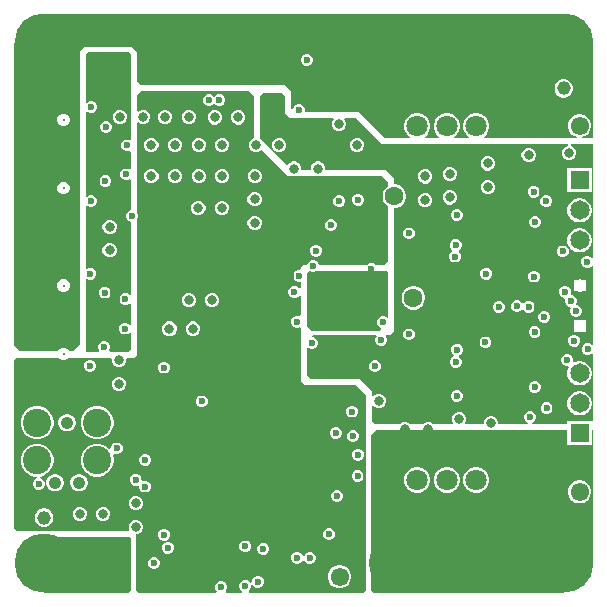
<source format=gbr>
%TF.GenerationSoftware,Altium Limited,Altium Designer,24.2.2 (26)*%
G04 Layer_Physical_Order=5*
G04 Layer_Color=16737945*
%FSLAX45Y45*%
%MOMM*%
%TF.SameCoordinates,9421A899-AC1A-4384-8821-8213F9677E77*%
%TF.FilePolarity,Positive*%
%TF.FileFunction,Copper,L5,Inr,Signal*%
%TF.Part,Single*%
G01*
G75*
%TA.AperFunction,ComponentPad*%
%ADD46C,1.60000*%
%ADD47C,1.55000*%
%ADD48C,2.40000*%
%ADD49C,1.06700*%
%ADD50C,4.46000*%
%ADD51C,1.80000*%
%TA.AperFunction,WasherPad*%
%ADD52C,1.15200*%
%TA.AperFunction,ComponentPad*%
%ADD53C,0.32500*%
%TA.AperFunction,ViaPad*%
%ADD54C,5.00000*%
%TA.AperFunction,ComponentPad*%
%ADD55C,1.65000*%
%ADD56R,1.65000X1.65000*%
%TA.AperFunction,ViaPad*%
%ADD57C,0.80000*%
%ADD58C,0.60000*%
G36*
X6715000Y10472500D02*
Y10152500D01*
Y9754804D01*
X6702300Y9747383D01*
X6689946Y9752500D01*
X6670054D01*
X6651677Y9744888D01*
X6637612Y9730823D01*
X6630000Y9712446D01*
Y9692554D01*
X6637612Y9674177D01*
X6651677Y9660112D01*
X6670054Y9652500D01*
X6689946D01*
X6702300Y9657617D01*
X6715000Y9650196D01*
Y9504804D01*
X6702300Y9500312D01*
X6684946Y9507500D01*
X6665054D01*
X6646677Y9499888D01*
X6632612Y9485823D01*
X6625000Y9467446D01*
Y9447554D01*
X6632612Y9429177D01*
X6646677Y9415112D01*
X6665054Y9407500D01*
X6684946D01*
X6702300Y9414688D01*
X6715000Y9410196D01*
Y9155000D01*
X6712554D01*
X6694177Y9147388D01*
X6680112Y9133323D01*
X6672500Y9114946D01*
Y9095054D01*
X6680112Y9076677D01*
X6694177Y9062612D01*
X6712554Y9055000D01*
X6715000D01*
Y8441171D01*
X6702300Y8435911D01*
X6695823Y8442388D01*
X6677446Y8450000D01*
X6657554D01*
X6639177Y8442388D01*
X6625112Y8428323D01*
X6617500Y8409946D01*
Y8390054D01*
X6625112Y8371677D01*
X6639177Y8357612D01*
X6657554Y8350000D01*
X6677446D01*
X6695823Y8357612D01*
X6702300Y8364089D01*
X6715000Y8358829D01*
Y8187304D01*
X6714339Y8186881D01*
X6702300Y8183411D01*
X6690823Y8194888D01*
X6672446Y8202500D01*
X6652554D01*
X6634177Y8194888D01*
X6620112Y8180823D01*
X6612500Y8162446D01*
Y8142554D01*
X6620112Y8124177D01*
X6634177Y8110112D01*
X6652554Y8102500D01*
X6672446D01*
X6690823Y8110112D01*
X6702300Y8121589D01*
X6714339Y8118120D01*
X6715000Y8117696D01*
Y7982500D01*
X6687500Y7955000D01*
X6534805Y7955000D01*
X6530312Y7967700D01*
X6537500Y7985054D01*
Y8004946D01*
X6529888Y8023323D01*
X6515823Y8037388D01*
X6497446Y8045000D01*
X6477554D01*
X6459177Y8037388D01*
X6445112Y8023323D01*
X6437500Y8004946D01*
Y7985054D01*
X6444688Y7967700D01*
X6440196Y7955000D01*
X6340000D01*
X6330000Y7965000D01*
Y8570195D01*
X6342700Y8574688D01*
X6360054Y8567500D01*
X6379946D01*
X6398323Y8575112D01*
X6412388Y8589177D01*
X6420000Y8607554D01*
Y8627446D01*
X6412388Y8645823D01*
X6398323Y8659888D01*
X6379946Y8667500D01*
X6360054D01*
X6342700Y8660312D01*
X6330000Y8664804D01*
Y9186329D01*
X6342700Y9191589D01*
X6346677Y9187612D01*
X6365054Y9180000D01*
X6384946D01*
X6403323Y9187612D01*
X6417388Y9201677D01*
X6425000Y9220054D01*
Y9239946D01*
X6417388Y9258323D01*
X6403323Y9272388D01*
X6384946Y9280000D01*
X6365054D01*
X6346677Y9272388D01*
X6342700Y9268411D01*
X6330000Y9273672D01*
Y9988829D01*
X6342700Y9994089D01*
X6349177Y9987612D01*
X6367554Y9980000D01*
X6387446D01*
X6405823Y9987612D01*
X6419888Y10001677D01*
X6427500Y10020054D01*
Y10039946D01*
X6419888Y10058323D01*
X6405823Y10072388D01*
X6387446Y10080000D01*
X6367554D01*
X6349177Y10072388D01*
X6342700Y10065911D01*
X6330000Y10071171D01*
Y10470000D01*
X6350000Y10490000D01*
X6697500D01*
X6715000Y10472500D01*
D02*
G37*
G36*
X7755000Y10122500D02*
Y9763730D01*
X7736013Y9755865D01*
X7719134Y9738987D01*
X7710000Y9716935D01*
Y9693065D01*
X7719134Y9671013D01*
X7736013Y9654134D01*
X7758065Y9645000D01*
X7781935D01*
X7803987Y9654134D01*
X7817427Y9667574D01*
X8042500Y9442500D01*
X8840000D01*
X8892500Y9390000D01*
Y9358366D01*
X8883298Y9353053D01*
X8864680Y9334435D01*
X8851514Y9311632D01*
X8844700Y9286199D01*
Y9259868D01*
X8851514Y9234435D01*
X8864680Y9211633D01*
X8883298Y9193014D01*
X8892500Y9187701D01*
Y8727500D01*
X8852499Y8687500D01*
X8788211D01*
X8778323Y8697388D01*
X8759946Y8705000D01*
X8740054D01*
X8721677Y8697388D01*
X8711789Y8687500D01*
X8345000D01*
X8312447Y8687499D01*
X8307500Y8692446D01*
X8299888Y8710823D01*
X8285823Y8724888D01*
X8267446Y8732500D01*
X8247554D01*
X8229177Y8724888D01*
X8215112Y8710823D01*
X8207500Y8692446D01*
Y8687496D01*
X8172495Y8687495D01*
X8149999Y8664999D01*
Y8662678D01*
X8137299Y8650000D01*
X8130054D01*
X8111677Y8642388D01*
X8097612Y8628323D01*
X8090000Y8609946D01*
Y8590054D01*
X8097612Y8571677D01*
X8111677Y8557612D01*
X8130054Y8550000D01*
X8149945D01*
X8149999Y8549964D01*
Y8497305D01*
X8149340Y8496882D01*
X8137299Y8493411D01*
X8125823Y8504888D01*
X8107446Y8512500D01*
X8087554D01*
X8069177Y8504888D01*
X8055112Y8490823D01*
X8047500Y8472446D01*
Y8452554D01*
X8055112Y8434177D01*
X8069177Y8420112D01*
X8087554Y8412500D01*
X8107446D01*
X8125823Y8420112D01*
X8137299Y8431589D01*
X8149340Y8428118D01*
X8149999Y8427695D01*
X8150000Y8265440D01*
X8137299Y8256954D01*
X8129946Y8260000D01*
X8110054D01*
X8091677Y8252388D01*
X8077612Y8238323D01*
X8070000Y8219945D01*
Y8200054D01*
X8077612Y8181677D01*
X8091677Y8167612D01*
X8110054Y8160000D01*
X8129946D01*
X8137300Y8163046D01*
X8150000Y8154560D01*
X8150000Y7705000D01*
X8182500Y7672500D01*
X8620000Y7672500D01*
X8702500Y7590000D01*
Y5940000D01*
X8680000Y5917499D01*
X7713561Y5917500D01*
X7710915Y5929686D01*
X7710910Y5930200D01*
X7724888Y5944177D01*
X7732500Y5962554D01*
Y5978939D01*
X7744684Y5981584D01*
X7745200Y5981589D01*
X7759177Y5967612D01*
X7777554Y5960000D01*
X7797446D01*
X7815823Y5967612D01*
X7829888Y5981677D01*
X7837500Y6000054D01*
Y6019946D01*
X7829888Y6038323D01*
X7815823Y6052388D01*
X7797446Y6060000D01*
X7777554D01*
X7759177Y6052388D01*
X7745112Y6038323D01*
X7737500Y6019946D01*
Y6003561D01*
X7725316Y6000916D01*
X7724800Y6000911D01*
X7710823Y6014888D01*
X7692446Y6022500D01*
X7672554D01*
X7654177Y6014888D01*
X7640112Y6000823D01*
X7632500Y5982446D01*
Y5962554D01*
X7640112Y5944177D01*
X7654090Y5930200D01*
X7654085Y5929685D01*
X7651439Y5917500D01*
X7521171D01*
X7515911Y5930200D01*
X7519888Y5934177D01*
X7527500Y5952554D01*
Y5972446D01*
X7519888Y5990823D01*
X7505823Y6004888D01*
X7487446Y6012500D01*
X7467554D01*
X7449177Y6004888D01*
X7435112Y5990823D01*
X7427500Y5972446D01*
Y5952554D01*
X7435112Y5934177D01*
X7439089Y5930200D01*
X7433828Y5917500D01*
X6780000Y5917500D01*
X6760000Y5937500D01*
Y6412500D01*
X6766935D01*
X6788987Y6421634D01*
X6805865Y6438513D01*
X6815000Y6460565D01*
Y6484435D01*
X6805865Y6506487D01*
X6788987Y6523365D01*
X6766935Y6532500D01*
X6743065D01*
X6721013Y6523365D01*
X6704134Y6506487D01*
X6695000Y6484435D01*
Y6460565D01*
X6699144Y6450560D01*
X6692088Y6440000D01*
X5745000Y6440000D01*
X5727500Y6457500D01*
Y7887500D01*
X5745000Y7905000D01*
X6102909D01*
X6114461Y7893447D01*
X6133757Y7885454D01*
X6154643D01*
X6173939Y7893447D01*
X6185492Y7905000D01*
X6543141Y7905000D01*
X6552500Y7892300D01*
Y7873065D01*
X6561635Y7851013D01*
X6578513Y7834134D01*
X6600565Y7825000D01*
X6624435D01*
X6646487Y7834134D01*
X6663366Y7851013D01*
X6672500Y7873065D01*
Y7896934D01*
X6677889Y7905000D01*
X6740000D01*
X6765000Y7930000D01*
Y9076948D01*
X6772500Y9095054D01*
Y9114946D01*
X6765000Y9133052D01*
Y9894687D01*
X6777700Y9899947D01*
X6783513Y9894134D01*
X6805565Y9885000D01*
X6829435D01*
X6851487Y9894134D01*
X6868365Y9911013D01*
X6877500Y9933065D01*
Y9956935D01*
X6868365Y9978987D01*
X6851487Y9995865D01*
X6829435Y10005000D01*
X6805565D01*
X6783513Y9995865D01*
X6777700Y9990053D01*
X6765000Y9995313D01*
Y10130000D01*
X6800000Y10165000D01*
X7712500D01*
X7755000Y10122500D01*
D02*
G37*
G36*
X10627500Y10572500D02*
Y9762500D01*
X10537850D01*
X10536178Y9775200D01*
X10549034Y9778645D01*
X10571266Y9791481D01*
X10589420Y9809634D01*
X10602255Y9831866D01*
X10608900Y9856664D01*
Y9882336D01*
X10602255Y9907134D01*
X10589420Y9929366D01*
X10571266Y9947519D01*
X10549034Y9960355D01*
X10524236Y9967000D01*
X10498564D01*
X10473766Y9960355D01*
X10451534Y9947519D01*
X10433381Y9929366D01*
X10420545Y9907134D01*
X10413900Y9882336D01*
Y9856664D01*
X10420545Y9831866D01*
X10433381Y9809634D01*
X10451534Y9791481D01*
X10473766Y9778645D01*
X10486622Y9775200D01*
X10484950Y9762500D01*
X9705352D01*
X9701949Y9775200D01*
X9705606Y9777311D01*
X9726086Y9797792D01*
X9740568Y9822875D01*
X9748064Y9850851D01*
Y9879815D01*
X9740568Y9907791D01*
X9726086Y9932874D01*
X9705606Y9953355D01*
X9680523Y9967837D01*
X9652546Y9975333D01*
X9623582D01*
X9595606Y9967837D01*
X9570523Y9953355D01*
X9550043Y9932874D01*
X9535561Y9907791D01*
X9528065Y9879815D01*
Y9850851D01*
X9535561Y9822875D01*
X9550043Y9797792D01*
X9570523Y9777311D01*
X9574180Y9775200D01*
X9570777Y9762500D01*
X9455352D01*
X9451949Y9775200D01*
X9455606Y9777311D01*
X9476086Y9797792D01*
X9490568Y9822875D01*
X9498064Y9850851D01*
Y9879815D01*
X9490568Y9907791D01*
X9476086Y9932874D01*
X9455606Y9953355D01*
X9430523Y9967837D01*
X9402546Y9975333D01*
X9373582D01*
X9345606Y9967837D01*
X9320523Y9953355D01*
X9300043Y9932874D01*
X9285561Y9907791D01*
X9278065Y9879815D01*
Y9850851D01*
X9285561Y9822875D01*
X9300043Y9797792D01*
X9320523Y9777311D01*
X9324180Y9775200D01*
X9320777Y9762500D01*
X9205352D01*
X9201949Y9775200D01*
X9205606Y9777311D01*
X9226086Y9797792D01*
X9240568Y9822875D01*
X9248064Y9850851D01*
Y9879815D01*
X9240568Y9907791D01*
X9226086Y9932874D01*
X9205606Y9953355D01*
X9180523Y9967837D01*
X9152546Y9975333D01*
X9123582D01*
X9095606Y9967837D01*
X9070523Y9953355D01*
X9050043Y9932874D01*
X9035561Y9907791D01*
X9028064Y9879815D01*
Y9850851D01*
X9035561Y9822875D01*
X9050043Y9797792D01*
X9070523Y9777311D01*
X9074180Y9775200D01*
X9070777Y9762500D01*
X8867500D01*
X8642500Y9987500D01*
X8186707D01*
X8185000Y9990055D01*
Y10009946D01*
X8177388Y10028323D01*
X8163323Y10042388D01*
X8144946Y10050000D01*
X8125054D01*
X8106677Y10042388D01*
X8092612Y10028323D01*
X8088871Y10019292D01*
X8073267Y10014444D01*
X8070000Y10016627D01*
X8070000Y10160000D01*
X8015000Y10215000D01*
X6800000D01*
X6765000Y10250000D01*
Y10495000D01*
X6720000Y10540000D01*
X6317500D01*
X6280000Y10502500D01*
Y8020000D01*
X6222500Y7962500D01*
X6190859D01*
X6188707Y7967693D01*
X6173939Y7982462D01*
X6154643Y7990454D01*
X6133757D01*
X6114461Y7982462D01*
X6099693Y7967693D01*
X6097542Y7962500D01*
X5977500D01*
X5777500D01*
X5727500Y8012500D01*
Y10567500D01*
X5977500D01*
Y10817500D01*
X10382500D01*
X10627500Y10572500D01*
D02*
G37*
G36*
X8020000Y10117500D02*
Y9975000D01*
X8057500Y9937500D01*
X8424687D01*
X8429948Y9924800D01*
X8424135Y9918987D01*
X8415000Y9896934D01*
Y9873065D01*
X8424135Y9851013D01*
X8441013Y9834134D01*
X8463065Y9825000D01*
X8486935D01*
X8508987Y9834134D01*
X8525866Y9851013D01*
X8535000Y9873065D01*
Y9896934D01*
X8525866Y9918987D01*
X8520053Y9924800D01*
X8525313Y9937500D01*
X8610000D01*
X8835000Y9712500D01*
X10412582D01*
X10413065Y9700000D01*
X10391013Y9690866D01*
X10374134Y9673987D01*
X10365000Y9651935D01*
Y9628065D01*
X10374134Y9606013D01*
X10391013Y9589134D01*
X10413065Y9580000D01*
X10436935D01*
X10458987Y9589134D01*
X10475866Y9606013D01*
X10485000Y9628065D01*
Y9651935D01*
X10475866Y9673987D01*
X10458987Y9690866D01*
X10436935Y9700000D01*
X10437418Y9712500D01*
X10627500D01*
Y8756171D01*
X10614800Y8750911D01*
X10605823Y8759888D01*
X10587446Y8767500D01*
X10567554D01*
X10549177Y8759888D01*
X10535112Y8745823D01*
X10527500Y8727446D01*
Y8707554D01*
X10535112Y8689177D01*
X10549177Y8675112D01*
X10567554Y8667500D01*
X10587446D01*
X10605823Y8675112D01*
X10614800Y8684089D01*
X10627500Y8678828D01*
Y8018671D01*
X10614800Y8013411D01*
X10608323Y8019888D01*
X10589946Y8027500D01*
X10570054D01*
X10551677Y8019888D01*
X10537612Y8005823D01*
X10530000Y7987446D01*
Y7967554D01*
X10537612Y7949177D01*
X10551677Y7935112D01*
X10570054Y7927500D01*
X10589946D01*
X10608323Y7935112D01*
X10614800Y7941589D01*
X10627500Y7936329D01*
Y7377500D01*
X10623990Y7373991D01*
X10613900Y7367959D01*
Y7367959D01*
X10613900Y7367959D01*
X10408900D01*
Y7342500D01*
X10111490D01*
X10108963Y7355200D01*
X10120823Y7360112D01*
X10134888Y7374177D01*
X10142500Y7392554D01*
Y7412446D01*
X10134888Y7430823D01*
X10120823Y7444888D01*
X10102446Y7452500D01*
X10082554D01*
X10064177Y7444888D01*
X10050112Y7430823D01*
X10042500Y7412446D01*
Y7392554D01*
X10050112Y7374177D01*
X10064177Y7360112D01*
X10076037Y7355200D01*
X10073510Y7342500D01*
X9822500D01*
Y7364435D01*
X9813365Y7386487D01*
X9796487Y7403365D01*
X9774435Y7412500D01*
X9750565D01*
X9728513Y7403365D01*
X9711634Y7386487D01*
X9702500Y7364435D01*
Y7342500D01*
X9551446Y7342500D01*
X9545100Y7355200D01*
X9552500Y7373066D01*
Y7396935D01*
X9543365Y7418987D01*
X9526487Y7435866D01*
X9504435Y7445000D01*
X9480565D01*
X9458513Y7435866D01*
X9441634Y7418987D01*
X9432500Y7396935D01*
Y7373066D01*
X9439900Y7355200D01*
X9433554Y7342500D01*
X9274853D01*
X9266487Y7350865D01*
X9244435Y7360000D01*
X9220565D01*
X9198513Y7350865D01*
X9190147Y7342500D01*
X9074853D01*
X9066487Y7350865D01*
X9044435Y7360000D01*
X9020565D01*
X8998513Y7350865D01*
X8990147Y7342500D01*
X8782500D01*
X8752500Y7372500D01*
Y7497187D01*
X8765200Y7502448D01*
X8776013Y7491634D01*
X8798065Y7482500D01*
X8821935D01*
X8843987Y7491634D01*
X8860866Y7508513D01*
X8870000Y7530565D01*
Y7554435D01*
X8860866Y7576487D01*
X8843987Y7593366D01*
X8821935Y7602500D01*
X8798065D01*
X8776013Y7593366D01*
X8765200Y7582553D01*
X8752500Y7587813D01*
Y7620000D01*
X8650000Y7722500D01*
X8240000D01*
X8200000Y7762499D01*
X8200000Y7986328D01*
X8212700Y7991589D01*
X8219177Y7985112D01*
X8237554Y7977500D01*
X8257446D01*
X8275823Y7985112D01*
X8289888Y7999177D01*
X8297500Y8017554D01*
Y8037445D01*
X8289888Y8055823D01*
X8275823Y8069888D01*
X8257446Y8077500D01*
X8247960D01*
X8242700Y8090200D01*
X8252500Y8100000D01*
X8788829Y8100000D01*
X8794089Y8087300D01*
X8790112Y8083323D01*
X8782500Y8064946D01*
Y8045054D01*
X8790112Y8026677D01*
X8804177Y8012612D01*
X8822554Y8005000D01*
X8842446D01*
X8860823Y8012612D01*
X8874888Y8026677D01*
X8882500Y8045054D01*
Y8064946D01*
X8874888Y8083323D01*
X8870911Y8087300D01*
X8876171Y8100000D01*
X8912500D01*
X8942500Y8130000D01*
Y8685000D01*
Y9173034D01*
X8957865D01*
X8983298Y9179849D01*
X9006101Y9193014D01*
X9024719Y9211633D01*
X9037884Y9234435D01*
X9044699Y9259868D01*
Y9286199D01*
X9037884Y9311632D01*
X9024719Y9334435D01*
X9006101Y9353053D01*
X8983298Y9366219D01*
X8957865Y9373034D01*
X8942500D01*
Y9422500D01*
X8872500Y9492500D01*
X8357048D01*
X8355000Y9495565D01*
Y9519435D01*
X8345865Y9541487D01*
X8328987Y9558365D01*
X8306935Y9567500D01*
X8283065D01*
X8261013Y9558365D01*
X8244134Y9541487D01*
X8235000Y9519435D01*
Y9495565D01*
X8232952Y9492500D01*
X8157048D01*
X8155000Y9495565D01*
Y9519435D01*
X8145866Y9541487D01*
X8128987Y9558365D01*
X8106935Y9567500D01*
X8083065D01*
X8061013Y9558365D01*
X8044135Y9541487D01*
X8043933Y9541001D01*
X8031477Y9538523D01*
X7804999Y9765001D01*
X7805000Y10122500D01*
X7832500Y10150000D01*
X7987500D01*
X8020000Y10117500D01*
D02*
G37*
G36*
X8892500Y8622500D02*
Y8251171D01*
X8879800Y8245911D01*
X8878323Y8247388D01*
X8859946Y8255000D01*
X8840054D01*
X8821677Y8247388D01*
X8807612Y8233323D01*
X8800000Y8214946D01*
Y8195054D01*
X8807612Y8176677D01*
X8821677Y8162612D01*
X8829084Y8159544D01*
X8832064Y8144564D01*
X8817500Y8130000D01*
X8245000D01*
X8200000Y8175000D01*
Y8620000D01*
X8217500Y8637500D01*
X8235483D01*
X8247554Y8632500D01*
X8267446D01*
X8279517Y8637500D01*
X8877500D01*
X8892500Y8622500D01*
D02*
G37*
G36*
X10627500Y6167500D02*
X10377500D01*
Y5917500D01*
X8772500D01*
X8750000Y5940000D01*
Y7252500D01*
X8790000Y7292500D01*
X10408900D01*
Y7162959D01*
X10613900D01*
Y7292500D01*
X10627500D01*
Y6167500D01*
D02*
G37*
G36*
X6695000Y6389999D02*
X6710000Y6375000D01*
Y5937500D01*
X6690000Y5917500D01*
X5977500D01*
Y6390000D01*
X6695000Y6389999D01*
D02*
G37*
%LPC*%
G36*
X6629435Y10005000D02*
X6605565D01*
X6583513Y9995865D01*
X6566635Y9978987D01*
X6557500Y9956935D01*
Y9933065D01*
X6566635Y9911013D01*
X6583513Y9894134D01*
X6605565Y9885000D01*
X6629435D01*
X6651487Y9894134D01*
X6668366Y9911013D01*
X6677500Y9933065D01*
Y9956935D01*
X6668366Y9978987D01*
X6651487Y9995865D01*
X6629435Y10005000D01*
D02*
G37*
G36*
X6512445Y9910000D02*
X6492554D01*
X6474177Y9902388D01*
X6460112Y9888323D01*
X6452500Y9869946D01*
Y9850054D01*
X6460112Y9831677D01*
X6474177Y9817612D01*
X6492554Y9810000D01*
X6512445D01*
X6530823Y9817612D01*
X6544888Y9831677D01*
X6552500Y9850054D01*
Y9869946D01*
X6544888Y9888323D01*
X6530823Y9902388D01*
X6512445Y9910000D01*
D02*
G37*
G36*
X6507446Y9450000D02*
X6487554D01*
X6469177Y9442388D01*
X6455112Y9428323D01*
X6447500Y9409946D01*
Y9390054D01*
X6455112Y9371677D01*
X6469177Y9357612D01*
X6487554Y9350000D01*
X6507446D01*
X6525823Y9357612D01*
X6539888Y9371677D01*
X6547500Y9390054D01*
Y9409946D01*
X6539888Y9428323D01*
X6525823Y9442388D01*
X6507446Y9450000D01*
D02*
G37*
G36*
X6544435Y9075000D02*
X6520565D01*
X6498513Y9065865D01*
X6481634Y9048987D01*
X6472500Y9026934D01*
Y9003065D01*
X6481634Y8981013D01*
X6498513Y8964134D01*
X6520565Y8955000D01*
X6544435D01*
X6566487Y8964134D01*
X6583366Y8981013D01*
X6592500Y9003065D01*
Y9026934D01*
X6583366Y9048987D01*
X6566487Y9065865D01*
X6544435Y9075000D01*
D02*
G37*
G36*
Y8875000D02*
X6520565D01*
X6498513Y8865865D01*
X6481634Y8848987D01*
X6472500Y8826935D01*
Y8803065D01*
X6481634Y8781013D01*
X6498513Y8764134D01*
X6520565Y8755000D01*
X6544435D01*
X6566487Y8764134D01*
X6583366Y8781013D01*
X6592500Y8803065D01*
Y8826935D01*
X6583366Y8848987D01*
X6566487Y8865865D01*
X6544435Y8875000D01*
D02*
G37*
G36*
X6499946Y8507500D02*
X6480054D01*
X6461677Y8499888D01*
X6447612Y8485823D01*
X6440000Y8467446D01*
Y8447554D01*
X6447612Y8429177D01*
X6461677Y8415112D01*
X6480054Y8407500D01*
X6499946D01*
X6518323Y8415112D01*
X6532388Y8429177D01*
X6540000Y8447554D01*
Y8467446D01*
X6532388Y8485823D01*
X6518323Y8499888D01*
X6499946Y8507500D01*
D02*
G37*
G36*
X7472446Y10135000D02*
X7452554D01*
X7434177Y10127388D01*
X7427047Y10120257D01*
X7418750Y10114301D01*
X7410453Y10120257D01*
X7403323Y10127388D01*
X7384946Y10135000D01*
X7365054D01*
X7346677Y10127388D01*
X7332612Y10113323D01*
X7325000Y10094946D01*
Y10075054D01*
X7332612Y10056677D01*
X7346677Y10042612D01*
X7365054Y10035000D01*
X7384946D01*
X7403323Y10042612D01*
X7410453Y10049742D01*
X7418750Y10055699D01*
X7427047Y10049742D01*
X7434177Y10042612D01*
X7452554Y10035000D01*
X7472446D01*
X7490823Y10042612D01*
X7504888Y10056677D01*
X7512500Y10075054D01*
Y10094946D01*
X7504888Y10113323D01*
X7490823Y10127388D01*
X7472446Y10135000D01*
D02*
G37*
G36*
X7214435Y10005000D02*
X7190565D01*
X7168513Y9995865D01*
X7151634Y9978987D01*
X7142500Y9956935D01*
Y9933065D01*
X7151634Y9911013D01*
X7168513Y9894134D01*
X7190565Y9885000D01*
X7214435D01*
X7236487Y9894134D01*
X7253365Y9911013D01*
X7262500Y9933065D01*
Y9956935D01*
X7253365Y9978987D01*
X7236487Y9995865D01*
X7214435Y10005000D01*
D02*
G37*
G36*
X7014435D02*
X6990565D01*
X6968513Y9995865D01*
X6951635Y9978987D01*
X6942500Y9956935D01*
Y9933065D01*
X6951635Y9911013D01*
X6968513Y9894134D01*
X6990565Y9885000D01*
X7014435D01*
X7036487Y9894134D01*
X7053366Y9911013D01*
X7062500Y9933065D01*
Y9956935D01*
X7053366Y9978987D01*
X7036487Y9995865D01*
X7014435Y10005000D01*
D02*
G37*
G36*
X7634435Y10000000D02*
X7610565D01*
X7588513Y9990865D01*
X7571634Y9973987D01*
X7562500Y9951935D01*
Y9928065D01*
X7571634Y9906013D01*
X7588513Y9889134D01*
X7610565Y9880000D01*
X7634435D01*
X7656487Y9889134D01*
X7673365Y9906013D01*
X7682500Y9928065D01*
Y9951935D01*
X7673365Y9973987D01*
X7656487Y9990865D01*
X7634435Y10000000D01*
D02*
G37*
G36*
X7434435D02*
X7410565D01*
X7388513Y9990865D01*
X7371634Y9973987D01*
X7362500Y9951935D01*
Y9928065D01*
X7371634Y9906013D01*
X7388513Y9889134D01*
X7410565Y9880000D01*
X7434435D01*
X7456487Y9889134D01*
X7473366Y9906013D01*
X7482500Y9928065D01*
Y9951935D01*
X7473366Y9973987D01*
X7456487Y9990865D01*
X7434435Y10000000D01*
D02*
G37*
G36*
X7499435Y9767500D02*
X7475565D01*
X7453513Y9758366D01*
X7436634Y9741487D01*
X7427500Y9719435D01*
Y9695565D01*
X7436634Y9673513D01*
X7453513Y9656634D01*
X7475565Y9647500D01*
X7499435D01*
X7521487Y9656634D01*
X7538365Y9673513D01*
X7547500Y9695565D01*
Y9719435D01*
X7538365Y9741487D01*
X7521487Y9758366D01*
X7499435Y9767500D01*
D02*
G37*
G36*
X7299435D02*
X7275565D01*
X7253513Y9758366D01*
X7236634Y9741487D01*
X7227500Y9719435D01*
Y9695565D01*
X7236634Y9673513D01*
X7253513Y9656634D01*
X7275565Y9647500D01*
X7299435D01*
X7321487Y9656634D01*
X7338366Y9673513D01*
X7347500Y9695565D01*
Y9719435D01*
X7338366Y9741487D01*
X7321487Y9758366D01*
X7299435Y9767500D01*
D02*
G37*
G36*
X7099435D02*
X7075565D01*
X7053513Y9758366D01*
X7036634Y9741487D01*
X7027500Y9719435D01*
Y9695565D01*
X7036634Y9673513D01*
X7053513Y9656634D01*
X7075565Y9647500D01*
X7099435D01*
X7121487Y9656634D01*
X7138365Y9673513D01*
X7147500Y9695565D01*
Y9719435D01*
X7138365Y9741487D01*
X7121487Y9758366D01*
X7099435Y9767500D01*
D02*
G37*
G36*
X6899435D02*
X6875565D01*
X6853513Y9758366D01*
X6836635Y9741487D01*
X6827500Y9719435D01*
Y9695565D01*
X6836635Y9673513D01*
X6853513Y9656634D01*
X6875565Y9647500D01*
X6899435D01*
X6921487Y9656634D01*
X6938366Y9673513D01*
X6947500Y9695565D01*
Y9719435D01*
X6938366Y9741487D01*
X6921487Y9758366D01*
X6899435Y9767500D01*
D02*
G37*
G36*
X7774435Y9502500D02*
X7750565D01*
X7728513Y9493366D01*
X7711635Y9476487D01*
X7702500Y9454435D01*
Y9430565D01*
X7711635Y9408513D01*
X7728513Y9391635D01*
X7750565Y9382500D01*
X7774435D01*
X7796487Y9391635D01*
X7813366Y9408513D01*
X7822500Y9430565D01*
Y9454435D01*
X7813366Y9476487D01*
X7796487Y9493366D01*
X7774435Y9502500D01*
D02*
G37*
G36*
X7499435D02*
X7475565D01*
X7453513Y9493366D01*
X7436634Y9476487D01*
X7427500Y9454435D01*
Y9430565D01*
X7436634Y9408513D01*
X7453513Y9391635D01*
X7475565Y9382500D01*
X7499435D01*
X7521487Y9391635D01*
X7538365Y9408513D01*
X7547500Y9430565D01*
Y9454435D01*
X7538365Y9476487D01*
X7521487Y9493366D01*
X7499435Y9502500D01*
D02*
G37*
G36*
X7299435D02*
X7275565D01*
X7253513Y9493366D01*
X7236634Y9476487D01*
X7227500Y9454435D01*
Y9430565D01*
X7236634Y9408513D01*
X7253513Y9391635D01*
X7275565Y9382500D01*
X7299435D01*
X7321487Y9391635D01*
X7338366Y9408513D01*
X7347500Y9430565D01*
Y9454435D01*
X7338366Y9476487D01*
X7321487Y9493366D01*
X7299435Y9502500D01*
D02*
G37*
G36*
X7099435D02*
X7075565D01*
X7053513Y9493366D01*
X7036634Y9476487D01*
X7027500Y9454435D01*
Y9430565D01*
X7036634Y9408513D01*
X7053513Y9391635D01*
X7075565Y9382500D01*
X7099435D01*
X7121487Y9391635D01*
X7138365Y9408513D01*
X7147500Y9430565D01*
Y9454435D01*
X7138365Y9476487D01*
X7121487Y9493366D01*
X7099435Y9502500D01*
D02*
G37*
G36*
X6899435D02*
X6875565D01*
X6853513Y9493366D01*
X6836635Y9476487D01*
X6827500Y9454435D01*
Y9430565D01*
X6836635Y9408513D01*
X6853513Y9391635D01*
X6875565Y9382500D01*
X6899435D01*
X6921487Y9391635D01*
X6938366Y9408513D01*
X6947500Y9430565D01*
Y9454435D01*
X6938366Y9476487D01*
X6921487Y9493366D01*
X6899435Y9502500D01*
D02*
G37*
G36*
X8647446Y9292500D02*
X8627554D01*
X8609177Y9284888D01*
X8595112Y9270823D01*
X8587500Y9252446D01*
Y9232554D01*
X8595112Y9214177D01*
X8609177Y9200112D01*
X8627554Y9192500D01*
X8647446D01*
X8665823Y9200112D01*
X8679888Y9214177D01*
X8687500Y9232554D01*
Y9252446D01*
X8679888Y9270823D01*
X8665823Y9284888D01*
X8647446Y9292500D01*
D02*
G37*
G36*
X7771935Y9307500D02*
X7748065D01*
X7726013Y9298365D01*
X7709134Y9281487D01*
X7700000Y9259435D01*
Y9235565D01*
X7709134Y9213513D01*
X7726013Y9196634D01*
X7748065Y9187500D01*
X7771935D01*
X7793987Y9196634D01*
X7810866Y9213513D01*
X7820000Y9235565D01*
Y9259435D01*
X7810866Y9281487D01*
X7793987Y9298365D01*
X7771935Y9307500D01*
D02*
G37*
G36*
X8487446Y9280000D02*
X8467554D01*
X8449177Y9272388D01*
X8435112Y9258323D01*
X8427500Y9239946D01*
Y9220054D01*
X8435112Y9201677D01*
X8449177Y9187612D01*
X8467554Y9180000D01*
X8487446D01*
X8505823Y9187612D01*
X8519888Y9201677D01*
X8527500Y9220054D01*
Y9239946D01*
X8519888Y9258323D01*
X8505823Y9272388D01*
X8487446Y9280000D01*
D02*
G37*
G36*
X7496934Y9235000D02*
X7473065D01*
X7451013Y9225865D01*
X7434134Y9208987D01*
X7425000Y9186935D01*
Y9163065D01*
X7434134Y9141013D01*
X7451013Y9124134D01*
X7473065Y9115000D01*
X7496934D01*
X7518987Y9124134D01*
X7535865Y9141013D01*
X7545000Y9163065D01*
Y9186935D01*
X7535865Y9208987D01*
X7518987Y9225865D01*
X7496934Y9235000D01*
D02*
G37*
G36*
X7296935D02*
X7273065D01*
X7251013Y9225865D01*
X7234134Y9208987D01*
X7225000Y9186935D01*
Y9163065D01*
X7234134Y9141013D01*
X7251013Y9124134D01*
X7273065Y9115000D01*
X7296935D01*
X7318987Y9124134D01*
X7335865Y9141013D01*
X7345000Y9163065D01*
Y9186935D01*
X7335865Y9208987D01*
X7318987Y9225865D01*
X7296935Y9235000D01*
D02*
G37*
G36*
X7771935Y9107500D02*
X7748065D01*
X7726013Y9098366D01*
X7709134Y9081487D01*
X7700000Y9059435D01*
Y9035565D01*
X7709134Y9013513D01*
X7726013Y8996635D01*
X7748065Y8987500D01*
X7771935D01*
X7793987Y8996635D01*
X7810866Y9013513D01*
X7820000Y9035565D01*
Y9059435D01*
X7810866Y9081487D01*
X7793987Y9098366D01*
X7771935Y9107500D01*
D02*
G37*
G36*
X8417446Y9077500D02*
X8397554D01*
X8379177Y9069888D01*
X8365112Y9055823D01*
X8357500Y9037446D01*
Y9017554D01*
X8365112Y8999177D01*
X8379177Y8985112D01*
X8397554Y8977500D01*
X8417446D01*
X8435823Y8985112D01*
X8449888Y8999177D01*
X8457500Y9017554D01*
Y9037446D01*
X8449888Y9055823D01*
X8435823Y9069888D01*
X8417446Y9077500D01*
D02*
G37*
G36*
X8289946Y8862500D02*
X8270054D01*
X8251677Y8854888D01*
X8237612Y8840823D01*
X8230000Y8822446D01*
Y8802554D01*
X8237612Y8784177D01*
X8251677Y8770112D01*
X8270054Y8762500D01*
X8289946D01*
X8308323Y8770112D01*
X8322388Y8784177D01*
X8330000Y8802554D01*
Y8822446D01*
X8322388Y8840823D01*
X8308323Y8854888D01*
X8289946Y8862500D01*
D02*
G37*
G36*
X7414435Y8452500D02*
X7390565D01*
X7368513Y8443366D01*
X7351635Y8426487D01*
X7342500Y8404435D01*
Y8380565D01*
X7351635Y8358513D01*
X7368513Y8341635D01*
X7390565Y8332500D01*
X7414435D01*
X7436487Y8341635D01*
X7453366Y8358513D01*
X7462500Y8380565D01*
Y8404435D01*
X7453366Y8426487D01*
X7436487Y8443366D01*
X7414435Y8452500D01*
D02*
G37*
G36*
X7214435D02*
X7190566D01*
X7168513Y8443366D01*
X7151635Y8426487D01*
X7142500Y8404435D01*
Y8380565D01*
X7151635Y8358513D01*
X7168513Y8341635D01*
X7190566Y8332500D01*
X7214435D01*
X7236487Y8341635D01*
X7253366Y8358513D01*
X7262500Y8380565D01*
Y8404435D01*
X7253366Y8426487D01*
X7236487Y8443366D01*
X7214435Y8452500D01*
D02*
G37*
G36*
X7251935Y8212500D02*
X7228065D01*
X7206013Y8203366D01*
X7189134Y8186487D01*
X7180000Y8164435D01*
Y8140565D01*
X7189134Y8118513D01*
X7206013Y8101635D01*
X7228065Y8092500D01*
X7251935D01*
X7273987Y8101635D01*
X7290866Y8118513D01*
X7300000Y8140565D01*
Y8164435D01*
X7290866Y8186487D01*
X7273987Y8203366D01*
X7251935Y8212500D01*
D02*
G37*
G36*
X7051935D02*
X7028065D01*
X7006013Y8203366D01*
X6989135Y8186487D01*
X6980000Y8164435D01*
Y8140565D01*
X6989135Y8118513D01*
X7006013Y8101635D01*
X7028065Y8092500D01*
X7051935D01*
X7073987Y8101635D01*
X7090866Y8118513D01*
X7100000Y8140565D01*
Y8164435D01*
X7090866Y8186487D01*
X7073987Y8203366D01*
X7051935Y8212500D01*
D02*
G37*
G36*
X6377446Y7887500D02*
X6357554D01*
X6339177Y7879888D01*
X6325112Y7865823D01*
X6317500Y7847446D01*
Y7827554D01*
X6325112Y7809177D01*
X6339177Y7795112D01*
X6357554Y7787500D01*
X6377446D01*
X6395823Y7795112D01*
X6409888Y7809177D01*
X6417500Y7827554D01*
Y7847446D01*
X6409888Y7865823D01*
X6395823Y7879888D01*
X6377446Y7887500D01*
D02*
G37*
G36*
X7002446Y7872500D02*
X6982554D01*
X6964177Y7864888D01*
X6950112Y7850823D01*
X6942500Y7832446D01*
Y7812554D01*
X6950112Y7794177D01*
X6964177Y7780112D01*
X6982554Y7772500D01*
X7002446D01*
X7020823Y7780112D01*
X7034888Y7794177D01*
X7042500Y7812554D01*
Y7832446D01*
X7034888Y7850823D01*
X7020823Y7864888D01*
X7002446Y7872500D01*
D02*
G37*
G36*
X6624435Y7745000D02*
X6600565D01*
X6578513Y7735866D01*
X6561635Y7718987D01*
X6552500Y7696935D01*
Y7673065D01*
X6561635Y7651013D01*
X6578513Y7634135D01*
X6600565Y7625000D01*
X6624435D01*
X6646487Y7634135D01*
X6663366Y7651013D01*
X6672500Y7673065D01*
Y7696935D01*
X6663366Y7718987D01*
X6646487Y7735866D01*
X6624435Y7745000D01*
D02*
G37*
G36*
X7322446Y7585000D02*
X7302554D01*
X7284177Y7577388D01*
X7270112Y7563323D01*
X7262500Y7544946D01*
Y7525054D01*
X7270112Y7506677D01*
X7284177Y7492612D01*
X7302554Y7485000D01*
X7322446D01*
X7340823Y7492612D01*
X7354888Y7506677D01*
X7362500Y7525054D01*
Y7544946D01*
X7354888Y7563323D01*
X7340823Y7577388D01*
X7322446Y7585000D01*
D02*
G37*
G36*
X8592446Y7500000D02*
X8572554D01*
X8554177Y7492388D01*
X8540112Y7478323D01*
X8532500Y7459946D01*
Y7440054D01*
X8540112Y7421677D01*
X8554177Y7407612D01*
X8572554Y7400000D01*
X8592446D01*
X8610823Y7407612D01*
X8624888Y7421677D01*
X8632500Y7440054D01*
Y7459946D01*
X8624888Y7478323D01*
X8610823Y7492388D01*
X8592446Y7500000D01*
D02*
G37*
G36*
X6182510Y7428675D02*
X6163197D01*
X6144542Y7423677D01*
X6127816Y7414020D01*
X6114159Y7400363D01*
X6104503Y7383638D01*
X6099504Y7364982D01*
Y7345669D01*
X6104503Y7327013D01*
X6114159Y7310287D01*
X6127816Y7296631D01*
X6144542Y7286974D01*
X6163197Y7281976D01*
X6182510D01*
X6201166Y7286974D01*
X6217892Y7296631D01*
X6231548Y7310287D01*
X6241205Y7327013D01*
X6246204Y7345669D01*
Y7364982D01*
X6241205Y7383638D01*
X6231548Y7400363D01*
X6217892Y7414020D01*
X6201166Y7423677D01*
X6182510Y7428675D01*
D02*
G37*
G36*
X8457446Y7317500D02*
X8437554D01*
X8419177Y7309888D01*
X8405112Y7295823D01*
X8397500Y7277446D01*
Y7257554D01*
X8405112Y7239177D01*
X8419177Y7225112D01*
X8437554Y7217500D01*
X8457446D01*
X8475823Y7225112D01*
X8489888Y7239177D01*
X8497500Y7257554D01*
Y7277446D01*
X8489888Y7295823D01*
X8475823Y7309888D01*
X8457446Y7317500D01*
D02*
G37*
G36*
X6445285Y7495325D02*
X6408423D01*
X6372816Y7485785D01*
X6340892Y7467353D01*
X6314826Y7441287D01*
X6296395Y7409363D01*
X6286854Y7373757D01*
Y7336894D01*
X6296395Y7301287D01*
X6314826Y7269363D01*
X6340892Y7243298D01*
X6372816Y7224866D01*
X6408423Y7215325D01*
X6445285D01*
X6480892Y7224866D01*
X6512816Y7243298D01*
X6538882Y7269363D01*
X6557313Y7301287D01*
X6566854Y7336894D01*
Y7373757D01*
X6557313Y7409363D01*
X6538882Y7441287D01*
X6512816Y7467353D01*
X6480892Y7485785D01*
X6445285Y7495325D01*
D02*
G37*
G36*
X5937285D02*
X5900423D01*
X5864816Y7485785D01*
X5832892Y7467353D01*
X5806826Y7441287D01*
X5788395Y7409363D01*
X5778854Y7373757D01*
Y7336894D01*
X5788395Y7301287D01*
X5806826Y7269363D01*
X5832892Y7243298D01*
X5864816Y7224866D01*
X5900423Y7215325D01*
X5937285D01*
X5972892Y7224866D01*
X6004816Y7243298D01*
X6030882Y7269363D01*
X6049313Y7301287D01*
X6058854Y7336894D01*
Y7373757D01*
X6049313Y7409363D01*
X6030882Y7441287D01*
X6004816Y7467353D01*
X5972892Y7485785D01*
X5937285Y7495325D01*
D02*
G37*
G36*
X8602446Y7290000D02*
X8582554D01*
X8564177Y7282388D01*
X8550112Y7268323D01*
X8542500Y7249946D01*
Y7230054D01*
X8550112Y7211677D01*
X8564177Y7197612D01*
X8582554Y7190000D01*
X8602446D01*
X8620823Y7197612D01*
X8634888Y7211677D01*
X8642500Y7230054D01*
Y7249946D01*
X8634888Y7268323D01*
X8620823Y7282388D01*
X8602446Y7290000D01*
D02*
G37*
G36*
X6602446Y7187500D02*
X6582554D01*
X6564177Y7179888D01*
X6550112Y7165823D01*
X6542500Y7147446D01*
Y7138129D01*
X6529800Y7132869D01*
X6512816Y7149853D01*
X6480892Y7168285D01*
X6445285Y7177825D01*
X6408423D01*
X6372816Y7168285D01*
X6340892Y7149853D01*
X6314826Y7123787D01*
X6296395Y7091863D01*
X6286854Y7056257D01*
Y7019394D01*
X6296395Y6983787D01*
X6314826Y6951863D01*
X6340892Y6925798D01*
X6372816Y6907366D01*
X6408423Y6897825D01*
X6445285D01*
X6480892Y6907366D01*
X6512816Y6925798D01*
X6538882Y6951863D01*
X6557313Y6983787D01*
X6566854Y7019394D01*
Y7056257D01*
X6559620Y7083253D01*
X6570267Y7092590D01*
X6582554Y7087500D01*
X6602446D01*
X6620823Y7095112D01*
X6634888Y7109177D01*
X6642500Y7127554D01*
Y7147446D01*
X6634888Y7165823D01*
X6620823Y7179888D01*
X6602446Y7187500D01*
D02*
G37*
G36*
X8644946Y7135000D02*
X8625054D01*
X8606677Y7127388D01*
X8592612Y7113323D01*
X8585000Y7094946D01*
Y7075054D01*
X8592612Y7056677D01*
X8606677Y7042612D01*
X8625054Y7035000D01*
X8644946D01*
X8663323Y7042612D01*
X8677388Y7056677D01*
X8685000Y7075054D01*
Y7094946D01*
X8677388Y7113323D01*
X8663323Y7127388D01*
X8644946Y7135000D01*
D02*
G37*
G36*
X6844946Y7090000D02*
X6825054D01*
X6806677Y7082388D01*
X6792612Y7068323D01*
X6785000Y7049946D01*
Y7030054D01*
X6792612Y7011677D01*
X6806677Y6997612D01*
X6825054Y6990000D01*
X6844946D01*
X6863323Y6997612D01*
X6877388Y7011677D01*
X6885000Y7030054D01*
Y7049946D01*
X6877388Y7068323D01*
X6863323Y7082388D01*
X6844946Y7090000D01*
D02*
G37*
G36*
X8642446Y6955000D02*
X8622554D01*
X8604177Y6947388D01*
X8590112Y6933323D01*
X8582500Y6914946D01*
Y6895054D01*
X8590112Y6876677D01*
X8604177Y6862612D01*
X8622554Y6855000D01*
X8642446D01*
X8660823Y6862612D01*
X8674888Y6876677D01*
X8682500Y6895054D01*
Y6914946D01*
X8674888Y6933323D01*
X8660823Y6947388D01*
X8642446Y6955000D01*
D02*
G37*
G36*
X5937285Y7177825D02*
X5900423D01*
X5864816Y7168285D01*
X5832892Y7149853D01*
X5806826Y7123787D01*
X5788395Y7091863D01*
X5778854Y7056257D01*
Y7019394D01*
X5788395Y6983787D01*
X5806826Y6951863D01*
X5832892Y6925798D01*
X5864816Y6907366D01*
X5900423Y6897825D01*
X5914296D01*
X5916822Y6885125D01*
X5904177Y6879888D01*
X5890112Y6865823D01*
X5882500Y6847446D01*
Y6827554D01*
X5890112Y6809177D01*
X5904177Y6795112D01*
X5922554Y6787500D01*
X5942446D01*
X5960823Y6795112D01*
X5974888Y6809177D01*
X5982500Y6827554D01*
Y6847446D01*
X5974888Y6865823D01*
X5960823Y6879888D01*
X5944556Y6886626D01*
X5943291Y6894533D01*
X5943899Y6899598D01*
X5972892Y6907366D01*
X6004816Y6925798D01*
X6030882Y6951863D01*
X6049313Y6983787D01*
X6058854Y7019394D01*
Y7056257D01*
X6049313Y7091863D01*
X6030882Y7123787D01*
X6004816Y7149853D01*
X5972892Y7168285D01*
X5937285Y7177825D01*
D02*
G37*
G36*
X6284110Y6920675D02*
X6264797D01*
X6246142Y6915677D01*
X6229416Y6906020D01*
X6215759Y6892363D01*
X6206103Y6875638D01*
X6201104Y6856982D01*
Y6837669D01*
X6206103Y6819013D01*
X6215759Y6802287D01*
X6229416Y6788631D01*
X6246142Y6778974D01*
X6264797Y6773976D01*
X6284110D01*
X6302766Y6778974D01*
X6319492Y6788631D01*
X6333148Y6802287D01*
X6342805Y6819013D01*
X6347804Y6837669D01*
Y6856982D01*
X6342805Y6875638D01*
X6333148Y6892363D01*
X6319492Y6906020D01*
X6302766Y6915677D01*
X6284110Y6920675D01*
D02*
G37*
G36*
X6080910D02*
X6061597D01*
X6042942Y6915677D01*
X6026216Y6906020D01*
X6012559Y6892363D01*
X6002903Y6875638D01*
X5997904Y6856982D01*
Y6837669D01*
X6002903Y6819013D01*
X6012559Y6802287D01*
X6026216Y6788631D01*
X6042942Y6778974D01*
X6061597Y6773976D01*
X6080910D01*
X6099566Y6778974D01*
X6116292Y6788631D01*
X6129948Y6802287D01*
X6139605Y6819013D01*
X6144604Y6837669D01*
Y6856982D01*
X6139605Y6875638D01*
X6129948Y6892363D01*
X6116292Y6906020D01*
X6099566Y6915677D01*
X6080910Y6920675D01*
D02*
G37*
G36*
X6762446Y6922500D02*
X6742554D01*
X6724177Y6914888D01*
X6710112Y6900823D01*
X6702500Y6882446D01*
Y6862554D01*
X6710112Y6844177D01*
X6724177Y6830112D01*
X6742554Y6822500D01*
X6762446D01*
X6773118Y6826921D01*
X6785000Y6818096D01*
Y6805054D01*
X6792612Y6786677D01*
X6806677Y6772612D01*
X6825054Y6765000D01*
X6844946D01*
X6863323Y6772612D01*
X6877388Y6786677D01*
X6885000Y6805054D01*
Y6824946D01*
X6877388Y6843323D01*
X6863323Y6857388D01*
X6844946Y6865000D01*
X6825054D01*
X6814382Y6860579D01*
X6802500Y6869404D01*
Y6882446D01*
X6794888Y6900823D01*
X6780823Y6914888D01*
X6762446Y6922500D01*
D02*
G37*
G36*
X8467446Y6785000D02*
X8447554D01*
X8429177Y6777388D01*
X8415112Y6763323D01*
X8407500Y6744946D01*
Y6725054D01*
X8415112Y6706677D01*
X8429177Y6692612D01*
X8447554Y6685000D01*
X8467446D01*
X8485823Y6692612D01*
X8499888Y6706677D01*
X8507500Y6725054D01*
Y6744946D01*
X8499888Y6763323D01*
X8485823Y6777388D01*
X8467446Y6785000D01*
D02*
G37*
G36*
X6766935Y6732500D02*
X6743065D01*
X6721013Y6723365D01*
X6704134Y6706487D01*
X6695000Y6684434D01*
Y6660565D01*
X6704134Y6638513D01*
X6721013Y6621634D01*
X6743065Y6612500D01*
X6766935D01*
X6788987Y6621634D01*
X6805865Y6638513D01*
X6815000Y6660565D01*
Y6684434D01*
X6805865Y6706487D01*
X6788987Y6723365D01*
X6766935Y6732500D01*
D02*
G37*
G36*
X6491935Y6645000D02*
X6468065D01*
X6446013Y6635866D01*
X6429134Y6618987D01*
X6420000Y6596935D01*
Y6573065D01*
X6429134Y6551013D01*
X6446013Y6534135D01*
X6468065Y6525000D01*
X6491935D01*
X6513987Y6534135D01*
X6530866Y6551013D01*
X6540000Y6573065D01*
Y6596935D01*
X6530866Y6618987D01*
X6513987Y6635866D01*
X6491935Y6645000D01*
D02*
G37*
G36*
X6291935D02*
X6268065D01*
X6246013Y6635866D01*
X6229135Y6618987D01*
X6220000Y6596935D01*
Y6573065D01*
X6229135Y6551013D01*
X6246013Y6534135D01*
X6268065Y6525000D01*
X6291935D01*
X6313987Y6534135D01*
X6330866Y6551013D01*
X6340000Y6573065D01*
Y6596935D01*
X6330866Y6618987D01*
X6313987Y6635866D01*
X6291935Y6645000D01*
D02*
G37*
G36*
X5987716Y6630100D02*
X5967284D01*
X5947548Y6624811D01*
X5929853Y6614595D01*
X5915405Y6600147D01*
X5905189Y6582452D01*
X5899900Y6562716D01*
Y6542284D01*
X5905189Y6522548D01*
X5915405Y6504853D01*
X5929853Y6490405D01*
X5947548Y6480188D01*
X5967284Y6474900D01*
X5987716D01*
X6007453Y6480188D01*
X6025147Y6490405D01*
X6039595Y6504853D01*
X6049812Y6522548D01*
X6055100Y6542284D01*
Y6562716D01*
X6049812Y6582452D01*
X6039595Y6600147D01*
X6025147Y6614595D01*
X6007453Y6624811D01*
X5987716Y6630100D01*
D02*
G37*
G36*
X8399946Y6460000D02*
X8380054D01*
X8361677Y6452388D01*
X8347612Y6438323D01*
X8340000Y6419946D01*
Y6400054D01*
X8347612Y6381677D01*
X8361677Y6367612D01*
X8380054Y6360000D01*
X8399946D01*
X8418323Y6367612D01*
X8432388Y6381677D01*
X8440000Y6400054D01*
Y6419946D01*
X8432388Y6438323D01*
X8418323Y6452388D01*
X8399946Y6460000D01*
D02*
G37*
G36*
X7004946Y6457500D02*
X6985054D01*
X6966677Y6449888D01*
X6952612Y6435823D01*
X6945000Y6417446D01*
Y6397554D01*
X6952612Y6379177D01*
X6966677Y6365112D01*
X6985054Y6357500D01*
X7004946D01*
X7023323Y6365112D01*
X7037388Y6379177D01*
X7045000Y6397554D01*
Y6417446D01*
X7037388Y6435823D01*
X7023323Y6449888D01*
X7004946Y6457500D01*
D02*
G37*
G36*
X7692446Y6357500D02*
X7672554D01*
X7654177Y6349888D01*
X7640112Y6335823D01*
X7632500Y6317446D01*
Y6297555D01*
X7640112Y6279177D01*
X7654177Y6265112D01*
X7672554Y6257500D01*
X7692446D01*
X7710823Y6265112D01*
X7724888Y6279177D01*
X7732500Y6297555D01*
Y6317446D01*
X7724888Y6335823D01*
X7710823Y6349888D01*
X7692446Y6357500D01*
D02*
G37*
G36*
X7034946Y6347500D02*
X7015054D01*
X6996677Y6339888D01*
X6982612Y6325823D01*
X6975000Y6307446D01*
Y6287554D01*
X6982612Y6269177D01*
X6996677Y6255112D01*
X7015054Y6247500D01*
X7034946D01*
X7053323Y6255112D01*
X7067388Y6269177D01*
X7075000Y6287554D01*
Y6307446D01*
X7067388Y6325823D01*
X7053323Y6339888D01*
X7034946Y6347500D01*
D02*
G37*
G36*
X7844946Y6335000D02*
X7825054D01*
X7806677Y6327388D01*
X7792612Y6313323D01*
X7785000Y6294945D01*
Y6275054D01*
X7792612Y6256677D01*
X7806677Y6242612D01*
X7825054Y6235000D01*
X7844946D01*
X7863323Y6242612D01*
X7877388Y6256677D01*
X7885000Y6275054D01*
Y6294945D01*
X7877388Y6313323D01*
X7863323Y6327388D01*
X7844946Y6335000D01*
D02*
G37*
G36*
X8129946Y6262500D02*
X8110054D01*
X8091677Y6254888D01*
X8077612Y6240823D01*
X8070000Y6222446D01*
Y6202554D01*
X8077612Y6184177D01*
X8091677Y6170112D01*
X8110054Y6162500D01*
X8129946D01*
X8148323Y6170112D01*
X8162388Y6184177D01*
X8166359Y6193764D01*
X8180106D01*
X8185112Y6181677D01*
X8199177Y6167612D01*
X8217554Y6160000D01*
X8237446D01*
X8255823Y6167612D01*
X8269888Y6181677D01*
X8277500Y6200054D01*
Y6219946D01*
X8269888Y6238323D01*
X8255823Y6252388D01*
X8237446Y6260000D01*
X8217554D01*
X8199177Y6252388D01*
X8185112Y6238323D01*
X8181141Y6228736D01*
X8167394D01*
X8162388Y6240823D01*
X8148323Y6254888D01*
X8129946Y6262500D01*
D02*
G37*
G36*
X6917446Y6215000D02*
X6897554D01*
X6879177Y6207388D01*
X6865112Y6193323D01*
X6857500Y6174946D01*
Y6155054D01*
X6865112Y6136677D01*
X6879177Y6122612D01*
X6897554Y6115000D01*
X6917446D01*
X6935823Y6122612D01*
X6949888Y6136677D01*
X6957500Y6155054D01*
Y6174946D01*
X6949888Y6193323D01*
X6935823Y6207388D01*
X6917446Y6215000D01*
D02*
G37*
G36*
X8492266Y6149647D02*
X8466593D01*
X8441796Y6143002D01*
X8419563Y6130166D01*
X8401410Y6112013D01*
X8388574Y6089780D01*
X8381930Y6064983D01*
Y6039311D01*
X8388574Y6014513D01*
X8401410Y5992280D01*
X8419563Y5974127D01*
X8441796Y5961291D01*
X8466593Y5954647D01*
X8492266D01*
X8517063Y5961291D01*
X8539296Y5974127D01*
X8557449Y5992280D01*
X8570285Y6014513D01*
X8576930Y6039311D01*
Y6064983D01*
X8570285Y6089780D01*
X8557449Y6112013D01*
X8539296Y6130166D01*
X8517063Y6143002D01*
X8492266Y6149647D01*
D02*
G37*
G36*
X8212446Y10477500D02*
X8192554D01*
X8174177Y10469888D01*
X8160112Y10455823D01*
X8152500Y10437446D01*
Y10417554D01*
X8160112Y10399177D01*
X8174177Y10385112D01*
X8192554Y10377500D01*
X8212446D01*
X8230823Y10385112D01*
X8244888Y10399177D01*
X8252500Y10417554D01*
Y10437446D01*
X8244888Y10455823D01*
X8230823Y10469888D01*
X8212446Y10477500D01*
D02*
G37*
G36*
X10387716Y10262600D02*
X10367284D01*
X10347548Y10257312D01*
X10329853Y10247095D01*
X10315405Y10232648D01*
X10305188Y10214953D01*
X10299900Y10195216D01*
Y10174784D01*
X10305188Y10155048D01*
X10315405Y10137353D01*
X10329853Y10122905D01*
X10347548Y10112689D01*
X10367284Y10107400D01*
X10387716D01*
X10407452Y10112689D01*
X10425147Y10122905D01*
X10439595Y10137353D01*
X10449811Y10155048D01*
X10455100Y10174784D01*
Y10195216D01*
X10449811Y10214953D01*
X10439595Y10232648D01*
X10425147Y10247095D01*
X10407452Y10257312D01*
X10387716Y10262600D01*
D02*
G37*
G36*
X6154680Y9970954D02*
X6133794D01*
X6114498Y9962962D01*
X6099730Y9948193D01*
X6091737Y9928897D01*
Y9908011D01*
X6099730Y9888716D01*
X6114498Y9873947D01*
X6133794Y9865954D01*
X6154680D01*
X6173976Y9873947D01*
X6188745Y9888716D01*
X6196737Y9908011D01*
Y9928897D01*
X6188745Y9948193D01*
X6173976Y9962962D01*
X6154680Y9970954D01*
D02*
G37*
G36*
Y9392955D02*
X6133794D01*
X6114498Y9384962D01*
X6099730Y9370193D01*
X6091737Y9350897D01*
Y9330012D01*
X6099730Y9310716D01*
X6114498Y9295947D01*
X6133794Y9287954D01*
X6154680D01*
X6173976Y9295947D01*
X6188745Y9310716D01*
X6196737Y9330012D01*
Y9350897D01*
X6188745Y9370193D01*
X6173976Y9384962D01*
X6154680Y9392955D01*
D02*
G37*
G36*
X6154643Y8568454D02*
X6133757D01*
X6114461Y8560462D01*
X6099693Y8545693D01*
X6091700Y8526397D01*
Y8505511D01*
X6099693Y8486215D01*
X6114461Y8471447D01*
X6133757Y8463454D01*
X6154643D01*
X6173939Y8471447D01*
X6188707Y8486215D01*
X6196700Y8505511D01*
Y8526397D01*
X6188707Y8545693D01*
X6173939Y8560462D01*
X6154643Y8568454D01*
D02*
G37*
G36*
X8641935Y9770000D02*
X8618065D01*
X8596013Y9760865D01*
X8579134Y9743987D01*
X8570000Y9721935D01*
Y9698065D01*
X8579134Y9676013D01*
X8596013Y9659134D01*
X8618065Y9650000D01*
X8641935D01*
X8663987Y9659134D01*
X8680866Y9676013D01*
X8690000Y9698065D01*
Y9721935D01*
X8680866Y9743987D01*
X8663987Y9760865D01*
X8641935Y9770000D01*
D02*
G37*
G36*
X7981935Y9765000D02*
X7958065D01*
X7936013Y9755865D01*
X7919134Y9738987D01*
X7910000Y9716935D01*
Y9693065D01*
X7919134Y9671013D01*
X7936013Y9654134D01*
X7958065Y9645000D01*
X7981935D01*
X8003987Y9654134D01*
X8020865Y9671013D01*
X8030000Y9693065D01*
Y9716935D01*
X8020865Y9738987D01*
X8003987Y9755865D01*
X7981935Y9765000D01*
D02*
G37*
G36*
X10091935Y9682500D02*
X10068065D01*
X10046013Y9673366D01*
X10029134Y9656487D01*
X10020000Y9634435D01*
Y9610565D01*
X10029134Y9588513D01*
X10046013Y9571635D01*
X10068065Y9562500D01*
X10091935D01*
X10113987Y9571635D01*
X10130865Y9588513D01*
X10140000Y9610565D01*
Y9634435D01*
X10130865Y9656487D01*
X10113987Y9673366D01*
X10091935Y9682500D01*
D02*
G37*
G36*
X9746935Y9610000D02*
X9723065D01*
X9701013Y9600865D01*
X9684135Y9583987D01*
X9675000Y9561935D01*
Y9538065D01*
X9684135Y9516013D01*
X9701013Y9499134D01*
X9723065Y9490000D01*
X9746935D01*
X9768987Y9499134D01*
X9785866Y9516013D01*
X9795000Y9538065D01*
Y9561935D01*
X9785866Y9583987D01*
X9768987Y9600865D01*
X9746935Y9610000D01*
D02*
G37*
G36*
X9424435Y9522500D02*
X9400565D01*
X9378513Y9513366D01*
X9361635Y9496487D01*
X9352500Y9474435D01*
Y9450565D01*
X9361635Y9428513D01*
X9378513Y9411634D01*
X9400565Y9402500D01*
X9424435D01*
X9446487Y9411634D01*
X9463366Y9428513D01*
X9472500Y9450565D01*
Y9474435D01*
X9463366Y9496487D01*
X9446487Y9513366D01*
X9424435Y9522500D01*
D02*
G37*
G36*
X9216935Y9500000D02*
X9193065D01*
X9171013Y9490865D01*
X9154134Y9473987D01*
X9145000Y9451935D01*
Y9428065D01*
X9154134Y9406013D01*
X9171013Y9389134D01*
X9193065Y9380000D01*
X9216935D01*
X9238987Y9389134D01*
X9255865Y9406013D01*
X9265000Y9428065D01*
Y9451935D01*
X9255865Y9473987D01*
X9238987Y9490865D01*
X9216935Y9500000D01*
D02*
G37*
G36*
X10613899Y9509541D02*
X10408899D01*
Y9304541D01*
X10613899D01*
Y9509541D01*
D02*
G37*
G36*
X9746935Y9410000D02*
X9723065D01*
X9701013Y9400866D01*
X9684135Y9383987D01*
X9675000Y9361935D01*
Y9338065D01*
X9684135Y9316013D01*
X9701013Y9299135D01*
X9723065Y9290000D01*
X9746935D01*
X9768987Y9299135D01*
X9785866Y9316013D01*
X9795000Y9338065D01*
Y9361935D01*
X9785866Y9383987D01*
X9768987Y9400866D01*
X9746935Y9410000D01*
D02*
G37*
G36*
X10132446Y9360000D02*
X10112554D01*
X10094177Y9352388D01*
X10080112Y9338323D01*
X10072500Y9319946D01*
Y9300054D01*
X10080112Y9281677D01*
X10094177Y9267612D01*
X10112554Y9260000D01*
X10132446D01*
X10150823Y9267612D01*
X10164888Y9281677D01*
X10172500Y9300054D01*
Y9319946D01*
X10164888Y9338323D01*
X10150823Y9352388D01*
X10132446Y9360000D01*
D02*
G37*
G36*
X9424435Y9322500D02*
X9400565D01*
X9378513Y9313366D01*
X9361635Y9296487D01*
X9352500Y9274435D01*
Y9250565D01*
X9361635Y9228513D01*
X9378513Y9211635D01*
X9400565Y9202500D01*
X9424435D01*
X9446487Y9211635D01*
X9463366Y9228513D01*
X9472500Y9250565D01*
Y9274435D01*
X9463366Y9296487D01*
X9446487Y9313366D01*
X9424435Y9322500D01*
D02*
G37*
G36*
X10239946Y9280000D02*
X10220054D01*
X10201677Y9272388D01*
X10187612Y9258323D01*
X10180000Y9239946D01*
Y9220054D01*
X10187612Y9201677D01*
X10201677Y9187612D01*
X10220054Y9180000D01*
X10239946D01*
X10258323Y9187612D01*
X10272388Y9201677D01*
X10280000Y9220054D01*
Y9239946D01*
X10272388Y9258323D01*
X10258323Y9272388D01*
X10239946Y9280000D01*
D02*
G37*
G36*
X9216935Y9300000D02*
X9193065D01*
X9171013Y9290866D01*
X9154134Y9273987D01*
X9145000Y9251935D01*
Y9228065D01*
X9154134Y9206013D01*
X9171013Y9189135D01*
X9193065Y9180000D01*
X9216935D01*
X9238987Y9189135D01*
X9255865Y9206013D01*
X9265000Y9228065D01*
Y9251935D01*
X9255865Y9273987D01*
X9238987Y9290866D01*
X9216935Y9300000D01*
D02*
G37*
G36*
X9482446Y9165000D02*
X9462554D01*
X9444177Y9157388D01*
X9430112Y9143323D01*
X9422500Y9124946D01*
Y9105054D01*
X9430112Y9086677D01*
X9444177Y9072612D01*
X9462554Y9065000D01*
X9482446D01*
X9500823Y9072612D01*
X9514888Y9086677D01*
X9522500Y9105054D01*
Y9124946D01*
X9514888Y9143323D01*
X9500823Y9157388D01*
X9482446Y9165000D01*
D02*
G37*
G36*
X10524894Y9255541D02*
X10497905D01*
X10471836Y9248556D01*
X10448463Y9235062D01*
X10429379Y9215978D01*
X10415885Y9192605D01*
X10408899Y9166535D01*
Y9139547D01*
X10415885Y9113478D01*
X10429379Y9090105D01*
X10448463Y9071021D01*
X10471836Y9057526D01*
X10497905Y9050541D01*
X10524894D01*
X10550963Y9057526D01*
X10574336Y9071021D01*
X10593420Y9090105D01*
X10606914Y9113478D01*
X10613899Y9139547D01*
Y9166535D01*
X10606914Y9192605D01*
X10593420Y9215978D01*
X10574336Y9235062D01*
X10550963Y9248556D01*
X10524894Y9255541D01*
D02*
G37*
G36*
X10144946Y9105000D02*
X10125054D01*
X10106677Y9097388D01*
X10092612Y9083323D01*
X10085000Y9064946D01*
Y9045054D01*
X10092612Y9026677D01*
X10106677Y9012612D01*
X10125054Y9005000D01*
X10144946D01*
X10163323Y9012612D01*
X10177388Y9026677D01*
X10185000Y9045054D01*
Y9064946D01*
X10177388Y9083323D01*
X10163323Y9097388D01*
X10144946Y9105000D01*
D02*
G37*
G36*
X9077446Y9007500D02*
X9057554D01*
X9039177Y8999888D01*
X9025112Y8985823D01*
X9017500Y8967446D01*
Y8947554D01*
X9025112Y8929177D01*
X9039177Y8915112D01*
X9057554Y8907500D01*
X9077446D01*
X9095823Y8915112D01*
X9109888Y8929177D01*
X9117500Y8947554D01*
Y8967446D01*
X9109888Y8985823D01*
X9095823Y8999888D01*
X9077446Y9007500D01*
D02*
G37*
G36*
X10524894Y9001541D02*
X10497905D01*
X10471836Y8994556D01*
X10448463Y8981062D01*
X10429379Y8961978D01*
X10415885Y8938605D01*
X10408899Y8912535D01*
Y8885547D01*
X10415885Y8859478D01*
X10429379Y8836105D01*
X10448463Y8817021D01*
X10471836Y8803526D01*
X10497905Y8796541D01*
X10524894D01*
X10550963Y8803526D01*
X10574336Y8817021D01*
X10593420Y8836105D01*
X10606914Y8859478D01*
X10613899Y8885547D01*
Y8912535D01*
X10606914Y8938605D01*
X10593420Y8961978D01*
X10574336Y8981062D01*
X10550963Y8994556D01*
X10524894Y9001541D01*
D02*
G37*
G36*
X10379946Y8855000D02*
X10360054D01*
X10341677Y8847388D01*
X10327612Y8833323D01*
X10320000Y8814946D01*
Y8795054D01*
X10327612Y8776677D01*
X10341677Y8762612D01*
X10360054Y8755000D01*
X10379946D01*
X10398323Y8762612D01*
X10412388Y8776677D01*
X10420000Y8795054D01*
Y8814946D01*
X10412388Y8833323D01*
X10398323Y8847388D01*
X10379946Y8855000D01*
D02*
G37*
G36*
X9472446Y8907500D02*
X9452554D01*
X9434177Y8899888D01*
X9420112Y8885823D01*
X9412500Y8867446D01*
Y8847554D01*
X9420112Y8829177D01*
X9430954Y8818335D01*
X9431528Y8807658D01*
X9429919Y8803129D01*
X9417612Y8790823D01*
X9410000Y8772445D01*
Y8752554D01*
X9417612Y8734177D01*
X9431677Y8720112D01*
X9450054Y8712500D01*
X9469945D01*
X9488323Y8720112D01*
X9502388Y8734177D01*
X9510000Y8752554D01*
Y8772445D01*
X9502388Y8790823D01*
X9491546Y8801665D01*
X9490972Y8812342D01*
X9492581Y8816870D01*
X9504888Y8829177D01*
X9512500Y8847554D01*
Y8867446D01*
X9504888Y8885823D01*
X9490823Y8899888D01*
X9472446Y8907500D01*
D02*
G37*
G36*
X9732446Y8667500D02*
X9712554D01*
X9694177Y8659888D01*
X9680112Y8645823D01*
X9672500Y8627446D01*
Y8607554D01*
X9680112Y8589177D01*
X9694177Y8575112D01*
X9712554Y8567500D01*
X9732446D01*
X9750823Y8575112D01*
X9764888Y8589177D01*
X9772500Y8607554D01*
Y8627446D01*
X9764888Y8645823D01*
X9750823Y8659888D01*
X9732446Y8667500D01*
D02*
G37*
G36*
X10137446Y8642500D02*
X10117554D01*
X10099177Y8634888D01*
X10085112Y8620823D01*
X10077500Y8602446D01*
Y8582554D01*
X10085112Y8564177D01*
X10099177Y8550112D01*
X10117554Y8542500D01*
X10137446D01*
X10155823Y8550112D01*
X10169888Y8564177D01*
X10177500Y8582554D01*
Y8602446D01*
X10169888Y8620823D01*
X10155823Y8634888D01*
X10137446Y8642500D01*
D02*
G37*
G36*
X10524772Y8568600D02*
X10504086D01*
X10499258Y8566600D01*
X10464400D01*
Y8531701D01*
X10462429Y8526943D01*
Y8506257D01*
X10464400Y8501499D01*
Y8466600D01*
X10499257D01*
X10504086Y8464600D01*
X10524772D01*
X10529601Y8466600D01*
X10564400D01*
Y8501358D01*
X10566429Y8506257D01*
Y8526943D01*
X10564400Y8531842D01*
Y8566600D01*
X10529600D01*
X10524772Y8568600D01*
D02*
G37*
G36*
X9117865Y8513055D02*
X9091534D01*
X9066101Y8506240D01*
X9043298Y8493075D01*
X9024680Y8474456D01*
X9011515Y8451653D01*
X9004700Y8426220D01*
Y8399890D01*
X9011515Y8374457D01*
X9024680Y8351654D01*
X9043298Y8333035D01*
X9066101Y8319870D01*
X9091534Y8313055D01*
X9117865D01*
X9143298Y8319870D01*
X9166101Y8333035D01*
X9184719Y8351654D01*
X9197885Y8374457D01*
X9204699Y8399890D01*
Y8426220D01*
X9197885Y8451653D01*
X9184719Y8474456D01*
X9166101Y8493075D01*
X9143298Y8506240D01*
X9117865Y8513055D01*
D02*
G37*
G36*
X9992446Y8390000D02*
X9972554D01*
X9954177Y8382388D01*
X9940112Y8368323D01*
X9932500Y8349946D01*
Y8330054D01*
X9940112Y8311677D01*
X9954177Y8297612D01*
X9972554Y8290000D01*
X9992446D01*
X10010823Y8297612D01*
X10023433Y8310222D01*
X10037082Y8310456D01*
X10037612Y8309177D01*
X10051677Y8295112D01*
X10070054Y8287500D01*
X10089946D01*
X10108323Y8295112D01*
X10122388Y8309177D01*
X10130000Y8327554D01*
Y8347446D01*
X10122388Y8365823D01*
X10108323Y8379888D01*
X10089946Y8387500D01*
X10070054D01*
X10051677Y8379888D01*
X10039067Y8367278D01*
X10025418Y8367044D01*
X10024888Y8368323D01*
X10010823Y8382388D01*
X9992446Y8390000D01*
D02*
G37*
G36*
X9837446Y8385000D02*
X9817554D01*
X9799177Y8377388D01*
X9785112Y8363323D01*
X9777500Y8344946D01*
Y8325054D01*
X9785112Y8306677D01*
X9799177Y8292612D01*
X9817554Y8285000D01*
X9837446D01*
X9855823Y8292612D01*
X9869888Y8306677D01*
X9877500Y8325054D01*
Y8344946D01*
X9869888Y8363323D01*
X9855823Y8377388D01*
X9837446Y8385000D01*
D02*
G37*
G36*
X10399946Y8515000D02*
X10380054D01*
X10361677Y8507388D01*
X10347612Y8493323D01*
X10340000Y8474946D01*
Y8455054D01*
X10347612Y8436677D01*
X10361677Y8422612D01*
X10380054Y8415000D01*
X10382060D01*
X10390546Y8402300D01*
X10387500Y8394946D01*
Y8375054D01*
X10395112Y8356677D01*
X10409177Y8342612D01*
X10427554Y8335000D01*
X10430196D01*
X10437617Y8322300D01*
X10432500Y8309946D01*
Y8290054D01*
X10440112Y8271677D01*
X10454177Y8257612D01*
X10472554Y8250000D01*
X10492446D01*
X10510823Y8257612D01*
X10524888Y8271677D01*
X10532500Y8290054D01*
Y8309946D01*
X10524888Y8328323D01*
X10510823Y8342388D01*
X10492446Y8350000D01*
X10489804D01*
X10482383Y8362700D01*
X10487500Y8375054D01*
Y8394946D01*
X10479888Y8413323D01*
X10465823Y8427388D01*
X10447446Y8435000D01*
X10445440D01*
X10436954Y8447700D01*
X10440000Y8455054D01*
Y8474946D01*
X10432388Y8493323D01*
X10418323Y8507388D01*
X10399946Y8515000D01*
D02*
G37*
G36*
X10222446Y8300000D02*
X10202554D01*
X10184177Y8292388D01*
X10170112Y8278323D01*
X10162500Y8259946D01*
Y8240054D01*
X10170112Y8221677D01*
X10184177Y8207612D01*
X10202554Y8200000D01*
X10222446D01*
X10240823Y8207612D01*
X10254888Y8221677D01*
X10262500Y8240054D01*
Y8259946D01*
X10254888Y8278323D01*
X10240823Y8292388D01*
X10222446Y8300000D01*
D02*
G37*
G36*
X10524744Y8228575D02*
X10504057D01*
X10499288Y8226600D01*
X10464400D01*
Y8191747D01*
X10462400Y8186919D01*
Y8166232D01*
X10464400Y8161404D01*
Y8126600D01*
X10499169D01*
X10504057Y8124576D01*
X10524744D01*
X10529632Y8126600D01*
X10564400D01*
Y8161403D01*
X10566400Y8166232D01*
Y8186919D01*
X10564400Y8191748D01*
Y8226600D01*
X10529513D01*
X10524744Y8228575D01*
D02*
G37*
G36*
X10140867Y8172127D02*
X10120976D01*
X10102599Y8164515D01*
X10088533Y8150450D01*
X10080921Y8132072D01*
Y8112181D01*
X10088533Y8093804D01*
X10102599Y8079739D01*
X10120976Y8072127D01*
X10140867D01*
X10159244Y8079739D01*
X10173309Y8093804D01*
X10180921Y8112181D01*
Y8132072D01*
X10173309Y8150450D01*
X10159244Y8164515D01*
X10140867Y8172127D01*
D02*
G37*
G36*
X9077446Y8152500D02*
X9057554D01*
X9039177Y8144888D01*
X9025112Y8130823D01*
X9017500Y8112446D01*
Y8092554D01*
X9025112Y8074177D01*
X9039177Y8060112D01*
X9057554Y8052500D01*
X9077446D01*
X9095823Y8060112D01*
X9109888Y8074177D01*
X9117500Y8092554D01*
Y8112446D01*
X9109888Y8130823D01*
X9095823Y8144888D01*
X9077446Y8152500D01*
D02*
G37*
G36*
X10477446Y8100000D02*
X10457554D01*
X10439177Y8092388D01*
X10425112Y8078323D01*
X10417500Y8059946D01*
Y8040054D01*
X10425112Y8021677D01*
X10439177Y8007612D01*
X10457554Y8000000D01*
X10477446D01*
X10495823Y8007612D01*
X10509888Y8021677D01*
X10517500Y8040054D01*
Y8059946D01*
X10509888Y8078323D01*
X10495823Y8092388D01*
X10477446Y8100000D01*
D02*
G37*
G36*
X9724945Y8085000D02*
X9705054D01*
X9686677Y8077388D01*
X9672612Y8063323D01*
X9665000Y8044946D01*
Y8025054D01*
X9672612Y8006677D01*
X9686677Y7992612D01*
X9705054Y7985000D01*
X9724945D01*
X9743323Y7992612D01*
X9757388Y8006677D01*
X9765000Y8025054D01*
Y8044946D01*
X9757388Y8063323D01*
X9743323Y8077388D01*
X9724945Y8085000D01*
D02*
G37*
G36*
X9487446Y8022500D02*
X9467554D01*
X9449177Y8014888D01*
X9435112Y8000823D01*
X9427500Y7982446D01*
Y7962554D01*
X9435112Y7944177D01*
X9447596Y7931693D01*
X9447687Y7923139D01*
X9446478Y7917483D01*
X9434177Y7912388D01*
X9420112Y7898323D01*
X9412500Y7879946D01*
Y7860054D01*
X9420112Y7841677D01*
X9434177Y7827612D01*
X9452554Y7820000D01*
X9472446D01*
X9490823Y7827612D01*
X9504888Y7841677D01*
X9512500Y7860054D01*
Y7879946D01*
X9504888Y7898323D01*
X9492404Y7910807D01*
X9492313Y7919361D01*
X9493522Y7925017D01*
X9505823Y7930112D01*
X9519888Y7944177D01*
X9527500Y7962554D01*
Y7982446D01*
X9519888Y8000823D01*
X9505823Y8014888D01*
X9487446Y8022500D01*
D02*
G37*
G36*
X8789946Y7882500D02*
X8770054D01*
X8751677Y7874888D01*
X8737612Y7860823D01*
X8730000Y7842446D01*
Y7822554D01*
X8737612Y7804177D01*
X8751677Y7790112D01*
X8770054Y7782500D01*
X8789946D01*
X8808323Y7790112D01*
X8822388Y7804177D01*
X8830000Y7822554D01*
Y7842446D01*
X8822388Y7860823D01*
X8808323Y7874888D01*
X8789946Y7882500D01*
D02*
G37*
G36*
X10417446Y7935000D02*
X10397554D01*
X10379177Y7927388D01*
X10365112Y7913323D01*
X10357500Y7894946D01*
Y7875054D01*
X10365112Y7856677D01*
X10379177Y7842612D01*
X10397554Y7835000D01*
X10413909D01*
X10420492Y7826790D01*
X10421800Y7823267D01*
X10415885Y7813022D01*
X10408900Y7786953D01*
Y7759965D01*
X10415885Y7733895D01*
X10429380Y7710523D01*
X10448464Y7691439D01*
X10471837Y7677944D01*
X10497906Y7670959D01*
X10524894D01*
X10550964Y7677944D01*
X10574336Y7691439D01*
X10593421Y7710523D01*
X10606915Y7733895D01*
X10613900Y7759965D01*
Y7786953D01*
X10606915Y7813022D01*
X10593421Y7836395D01*
X10574336Y7855479D01*
X10550964Y7868974D01*
X10524894Y7875959D01*
X10497906D01*
X10471837Y7868974D01*
X10467750Y7866614D01*
X10457500Y7875055D01*
Y7894946D01*
X10449888Y7913323D01*
X10435823Y7927388D01*
X10417446Y7935000D01*
D02*
G37*
G36*
X10142446Y7705000D02*
X10122554D01*
X10104177Y7697388D01*
X10090112Y7683323D01*
X10082500Y7664946D01*
Y7645054D01*
X10090112Y7626677D01*
X10104177Y7612612D01*
X10122554Y7605000D01*
X10142446D01*
X10160823Y7612612D01*
X10174888Y7626677D01*
X10182500Y7645054D01*
Y7664946D01*
X10174888Y7683323D01*
X10160823Y7697388D01*
X10142446Y7705000D01*
D02*
G37*
G36*
X9482446Y7632500D02*
X9462554D01*
X9444177Y7624888D01*
X9430112Y7610823D01*
X9422500Y7592446D01*
Y7572554D01*
X9430112Y7554177D01*
X9444177Y7540112D01*
X9462554Y7532500D01*
X9482446D01*
X9500823Y7540112D01*
X9514888Y7554177D01*
X9522500Y7572554D01*
Y7592446D01*
X9514888Y7610823D01*
X9500823Y7624888D01*
X9482446Y7632500D01*
D02*
G37*
G36*
X10242446Y7527500D02*
X10222554D01*
X10204177Y7519888D01*
X10190112Y7505823D01*
X10182500Y7487446D01*
Y7467554D01*
X10190112Y7449177D01*
X10204177Y7435112D01*
X10222554Y7427500D01*
X10242446D01*
X10260823Y7435112D01*
X10274888Y7449177D01*
X10282500Y7467554D01*
Y7487446D01*
X10274888Y7505823D01*
X10260823Y7519888D01*
X10242446Y7527500D01*
D02*
G37*
G36*
X10524894Y7621959D02*
X10497906D01*
X10471837Y7614974D01*
X10448464Y7601479D01*
X10429380Y7582395D01*
X10415885Y7559022D01*
X10408900Y7532953D01*
Y7505965D01*
X10415885Y7479895D01*
X10429380Y7456523D01*
X10448464Y7437439D01*
X10471837Y7423944D01*
X10497906Y7416959D01*
X10524894D01*
X10550964Y7423944D01*
X10574336Y7437439D01*
X10593421Y7456523D01*
X10606915Y7479895D01*
X10613900Y7505965D01*
Y7532953D01*
X10606915Y7559022D01*
X10593421Y7582395D01*
X10574336Y7601479D01*
X10550964Y7614974D01*
X10524894Y7621959D01*
D02*
G37*
G36*
X9652582Y6979667D02*
X9623618D01*
X9595642Y6972171D01*
X9570559Y6957689D01*
X9550078Y6937209D01*
X9535597Y6912126D01*
X9528100Y6884149D01*
Y6855185D01*
X9535597Y6827209D01*
X9550078Y6802126D01*
X9570559Y6781646D01*
X9595642Y6767164D01*
X9623618Y6759667D01*
X9652582D01*
X9680558Y6767164D01*
X9705641Y6781646D01*
X9726122Y6802126D01*
X9740604Y6827209D01*
X9748100Y6855185D01*
Y6884149D01*
X9740604Y6912126D01*
X9726122Y6937209D01*
X9705641Y6957689D01*
X9680558Y6972171D01*
X9652582Y6979667D01*
D02*
G37*
G36*
X9402582D02*
X9373618D01*
X9345642Y6972171D01*
X9320559Y6957689D01*
X9300078Y6937209D01*
X9285597Y6912126D01*
X9278100Y6884149D01*
Y6855185D01*
X9285597Y6827209D01*
X9300078Y6802126D01*
X9320559Y6781646D01*
X9345642Y6767164D01*
X9373618Y6759667D01*
X9402582D01*
X9430558Y6767164D01*
X9455641Y6781646D01*
X9476122Y6802126D01*
X9490604Y6827209D01*
X9498100Y6855185D01*
Y6884149D01*
X9490604Y6912126D01*
X9476122Y6937209D01*
X9455641Y6957689D01*
X9430558Y6972171D01*
X9402582Y6979667D01*
D02*
G37*
G36*
X9152582D02*
X9123618D01*
X9095642Y6972171D01*
X9070559Y6957689D01*
X9050078Y6937209D01*
X9035597Y6912126D01*
X9028100Y6884149D01*
Y6855185D01*
X9035597Y6827209D01*
X9050078Y6802126D01*
X9070559Y6781646D01*
X9095642Y6767164D01*
X9123618Y6759667D01*
X9152582D01*
X9180558Y6767164D01*
X9205641Y6781646D01*
X9226122Y6802126D01*
X9240604Y6827209D01*
X9248100Y6855185D01*
Y6884149D01*
X9240604Y6912126D01*
X9226122Y6937209D01*
X9205641Y6957689D01*
X9180558Y6972171D01*
X9152582Y6979667D01*
D02*
G37*
G36*
X10524236Y6867979D02*
X10498564D01*
X10473766Y6861334D01*
X10451534Y6848498D01*
X10433381Y6830345D01*
X10420545Y6808113D01*
X10413900Y6783315D01*
Y6757643D01*
X10420545Y6732845D01*
X10433381Y6710613D01*
X10451534Y6692460D01*
X10473766Y6679624D01*
X10498564Y6672979D01*
X10524236D01*
X10549034Y6679624D01*
X10571266Y6692460D01*
X10589420Y6710613D01*
X10602255Y6732845D01*
X10608900Y6757643D01*
Y6783315D01*
X10602255Y6808113D01*
X10589420Y6830345D01*
X10571266Y6848498D01*
X10549034Y6861334D01*
X10524236Y6867979D01*
D02*
G37*
%LPD*%
D46*
X9104700Y8413055D02*
D03*
X8944699Y9273034D02*
D03*
D47*
X8479430Y6052147D02*
D03*
X8543039Y10685354D02*
D03*
X10511400Y6770479D02*
D03*
Y9869500D02*
D03*
D48*
X5918854Y7037825D02*
D03*
Y7355325D02*
D03*
X6426854D02*
D03*
Y7037825D02*
D03*
D49*
X6172854Y7355325D02*
D03*
X6274454Y6847325D02*
D03*
X6071254D02*
D03*
D50*
X8948100Y6169667D02*
D03*
X9828100D02*
D03*
X9828064Y10565333D02*
D03*
X8948064D02*
D03*
D51*
X9138100Y6869667D02*
D03*
X9388100D02*
D03*
X9638100D02*
D03*
X9638064Y9865333D02*
D03*
X9388064D02*
D03*
X9138064D02*
D03*
D52*
X5977500Y6552500D02*
D03*
X10377500Y10185000D02*
D03*
D53*
X6144237Y9918454D02*
D03*
Y9340455D02*
D03*
X6144200Y7937954D02*
D03*
Y8515954D02*
D03*
D54*
X10377500Y6167500D02*
D03*
Y10567500D02*
D03*
X5977500Y6167500D02*
D03*
X5977500Y10567500D02*
D03*
D55*
X10511400Y7773459D02*
D03*
Y7519459D02*
D03*
X10511399Y8899041D02*
D03*
Y9153041D02*
D03*
D56*
X10511400Y7265459D02*
D03*
X10511399Y9407041D02*
D03*
D57*
X6817500Y9945000D02*
D03*
X6617500D02*
D03*
X9205000Y9240000D02*
D03*
Y9440000D02*
D03*
X9412500Y9262500D02*
D03*
Y9462500D02*
D03*
X10425000Y9640000D02*
D03*
X10397500Y7030000D02*
D03*
X9550000Y10340000D02*
D03*
X9350000D02*
D03*
X10080000Y9822500D02*
D03*
Y9622500D02*
D03*
X9735000Y9550000D02*
D03*
Y9350000D02*
D03*
X8752500Y10067500D02*
D03*
X8552500D02*
D03*
X8630000Y9710000D02*
D03*
X8475000Y9885000D02*
D03*
X8095000Y9507500D02*
D03*
X8295000D02*
D03*
X9762500Y7352500D02*
D03*
Y7152500D02*
D03*
X9492500Y7385000D02*
D03*
Y7185000D02*
D03*
X8810000Y7542500D02*
D03*
X9232500Y7300000D02*
D03*
X9032500D02*
D03*
X6755000Y6472500D02*
D03*
Y6672500D02*
D03*
X6475000Y6282500D02*
D03*
X6675000D02*
D03*
X6480000Y6585000D02*
D03*
X6280000D02*
D03*
X7402500Y8392500D02*
D03*
X7202500D02*
D03*
X7240000Y8152500D02*
D03*
X7040000D02*
D03*
X6612500Y7685000D02*
D03*
Y7885000D02*
D03*
X6532500Y8815000D02*
D03*
Y9015000D02*
D03*
X5945000Y8095000D02*
D03*
Y8295000D02*
D03*
X5970000Y9520000D02*
D03*
Y9720000D02*
D03*
X7422500Y9940000D02*
D03*
X7622500D02*
D03*
X7002500Y9945000D02*
D03*
X7202500D02*
D03*
X7770000Y9705000D02*
D03*
X7970000D02*
D03*
X7762500Y9442500D02*
D03*
X7760000Y9247500D02*
D03*
Y9047500D02*
D03*
X7485000Y9175000D02*
D03*
X7285000D02*
D03*
X6887500Y9707500D02*
D03*
X7087500D02*
D03*
X7487500D02*
D03*
X7287500D02*
D03*
Y9442500D02*
D03*
X7487500D02*
D03*
X7087500D02*
D03*
X6887500D02*
D03*
X10000000Y7000000D02*
D03*
X10250000Y6500000D02*
D03*
X9750000D02*
D03*
X9500000Y6000000D02*
D03*
X9250000Y10500000D02*
D03*
Y6500000D02*
D03*
X6500000Y6000000D02*
D03*
X6000000Y10000000D02*
D03*
Y9000000D02*
D03*
D58*
X8700000Y10337500D02*
D03*
X8120000Y6212500D02*
D03*
X8227500Y6210000D02*
D03*
X7845000Y10012500D02*
D03*
X7932500D02*
D03*
X10172500Y8342500D02*
D03*
X10370000Y8805000D02*
D03*
X10407500Y7885000D02*
D03*
X10355000Y7967500D02*
D03*
X6722500Y9105000D02*
D03*
X6907500Y9190000D02*
D03*
X10437500Y8385000D02*
D03*
X10482500Y8300000D02*
D03*
X10390000Y8465000D02*
D03*
X10467500Y8050000D02*
D03*
X10580000Y7977500D02*
D03*
X10577500Y8717500D02*
D03*
X10212500Y8250000D02*
D03*
X10080000Y8337500D02*
D03*
X9982500Y8340000D02*
D03*
X6490000Y8457500D02*
D03*
X6487500Y7995000D02*
D03*
X6667500Y8400000D02*
D03*
X6662500Y8152500D02*
D03*
X10232500Y7477500D02*
D03*
X8613970Y8434727D02*
D03*
X8330365Y10015365D02*
D03*
X7932500Y10100000D02*
D03*
X7845000D02*
D03*
X6385000Y9869500D02*
D03*
X7602500Y10110000D02*
D03*
X7690000D02*
D03*
X7375000Y10085000D02*
D03*
X7462500D02*
D03*
X9462500Y7870000D02*
D03*
X9460000Y8762500D02*
D03*
X8202500Y10427500D02*
D03*
X8135000Y10000000D02*
D03*
X10092500Y7402500D02*
D03*
X10122500Y9310000D02*
D03*
X10127500Y8592500D02*
D03*
X10130921Y8122127D02*
D03*
X10337956Y8720457D02*
D03*
X10230000Y9230000D02*
D03*
X10132500Y7655000D02*
D03*
X10135000Y9055000D02*
D03*
X9472500Y9115000D02*
D03*
Y7582500D02*
D03*
X8592500Y7602500D02*
D03*
X8407500Y9027500D02*
D03*
X9477500Y7972500D02*
D03*
X9462500Y8857500D02*
D03*
X9722500Y8617500D02*
D03*
X9715000Y8035000D02*
D03*
X9827500Y8335000D02*
D03*
X9067500Y8102500D02*
D03*
Y8957500D02*
D03*
X8850000Y8205000D02*
D03*
X8832500Y8055000D02*
D03*
X8750000Y8655000D02*
D03*
X8097500Y8462500D02*
D03*
X8477500Y9230000D02*
D03*
X8512500Y8907500D02*
D03*
X8637500Y9242500D02*
D03*
X8582500Y7450000D02*
D03*
X8592500Y7240000D02*
D03*
X8280000Y8812500D02*
D03*
X8120000Y8210000D02*
D03*
X8635000Y7085000D02*
D03*
X8632500Y6905000D02*
D03*
X8390000Y6410000D02*
D03*
X6592500Y7137500D02*
D03*
X5932500Y6837500D02*
D03*
X6085000Y7457500D02*
D03*
X6835000Y7040000D02*
D03*
X6752500Y6872500D02*
D03*
X7682500Y5972500D02*
D03*
X6835000Y6815000D02*
D03*
X7477500Y5962500D02*
D03*
X8397500Y8605000D02*
D03*
X8140000Y8600000D02*
D03*
X8257500Y8682500D02*
D03*
X8455000Y6835000D02*
D03*
X6920000Y6635000D02*
D03*
X6502500Y9860000D02*
D03*
X6680000Y9702500D02*
D03*
X6675000Y9457500D02*
D03*
X6497500Y9400000D02*
D03*
X6385000Y9389500D02*
D03*
X7937500Y6102500D02*
D03*
X7312500Y7535000D02*
D03*
X8828918Y8290923D02*
D03*
X8492500Y7920000D02*
D03*
X8430000Y8232500D02*
D03*
X8780000Y7832500D02*
D03*
X8247500Y8027500D02*
D03*
X8457500Y6735000D02*
D03*
X7787500Y6010000D02*
D03*
X6907500Y6165000D02*
D03*
X7025000Y6297500D02*
D03*
X7170000Y7905000D02*
D03*
X6992500Y7822500D02*
D03*
X8447500Y7267500D02*
D03*
X7682500Y6307500D02*
D03*
X7835000Y6285000D02*
D03*
X7167500Y6325000D02*
D03*
X6995000Y6407500D02*
D03*
X7682500Y6137870D02*
D03*
X6370000Y8617500D02*
D03*
X7840000Y10725000D02*
D03*
X6640000Y10170000D02*
D03*
Y10267500D02*
D03*
X7610000Y10697500D02*
D03*
X7697500D02*
D03*
X7130000Y10767500D02*
D03*
X7042500D02*
D03*
X7217500D02*
D03*
X7805000Y10412500D02*
D03*
X7390000Y10515000D02*
D03*
Y10415000D02*
D03*
X6742500Y10767500D02*
D03*
X6830000D02*
D03*
X6640000Y10365000D02*
D03*
Y10452500D02*
D03*
X6377500Y10030000D02*
D03*
X6375000Y9230000D02*
D03*
X6367500Y7837500D02*
D03*
X6385000Y8467000D02*
D03*
Y7987000D02*
D03*
%TF.MD5,874c1ec7a7cc0b45938b656cbb1d1c17*%
M02*

</source>
